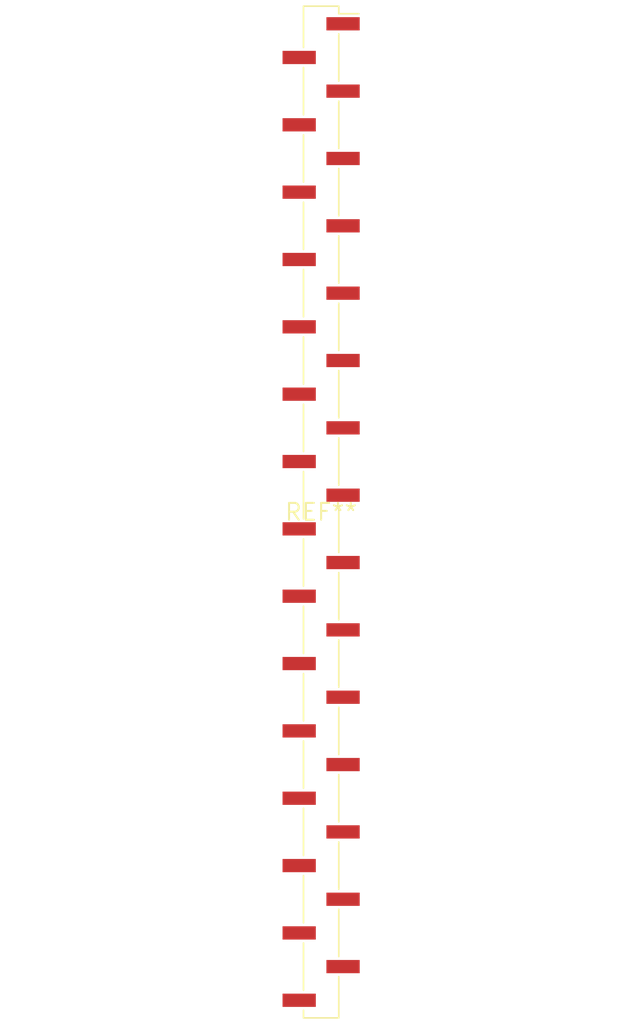
<source format=kicad_pcb>
(kicad_pcb (version 20240108) (generator pcbnew)
  (layers (0 "F.Cu" signal) (31 "B.Cu" signal) (34 "B.Paste" user) (35 "F.Paste" user) (36 "B.SilkS" user "B.Silkscreen") (37 "F.SilkS" user "F.Silkscreen") (38 "B.Mask" user) (39 "F.Mask" user) (44 "Edge.Cuts" user))
  (net 0 "")
  (footprint "PinHeader_1x30_P2.54mm_Vertical_SMD_Pin1Right" (layer "F.Cu") (at 0 0)
    (property "Reference" "REF**")
    (property "Value" "PinHeader_1x30_P2.54mm_Vertical_SMD_Pin1Right")
    (fp_line (start -1.33 -38.16) (end -1.33 -35.05) (layer "F.SilkS") (stroke (width 0.12)))
    (fp_line (start -1.33 -38.16) (end 1.33 -38.16) (layer "F.SilkS") (stroke (width 0.12)))
    (fp_line (start -1.33 -33.53) (end -1.33 -29.97) (layer "F.SilkS") (stroke (width 0.12)))
    (fp_line (start -1.33 -28.45) (end -1.33 -24.89) (layer "F.SilkS") (stroke (width 0.12)))
    (fp_line (start -1.33 -23.37) (end -1.33 -19.81) (layer "F.SilkS") (stroke (width 0.12)))
    (fp_line (start -1.33 -18.29) (end -1.33 -14.73) (layer "F.SilkS") (stroke (width 0.12)))
    (fp_line (start -1.33 -13.21) (end -1.33 -9.65) (layer "F.SilkS") (stroke (width 0.12)))
    (fp_line (start -1.33 -8.13) (end -1.33 -4.57) (layer "F.SilkS") (stroke (width 0.12)))
    (fp_line (start -1.33 -3.05) (end -1.33 0.51) (layer "F.SilkS") (stroke (width 0.12)))
    (fp_line (start -1.33 2.03) (end -1.33 5.59) (layer "F.SilkS") (stroke (width 0.12)))
    (fp_line (start -1.33 7.11) (end -1.33 10.67) (layer "F.SilkS") (stroke (width 0.12)))
    (fp_line (start -1.33 12.19) (end -1.33 15.75) (layer "F.SilkS") (stroke (width 0.12)))
    (fp_line (start -1.33 17.27) (end -1.33 20.83) (layer "F.SilkS") (stroke (width 0.12)))
    (fp_line (start -1.33 22.35) (end -1.33 25.91) (layer "F.SilkS") (stroke (width 0.12)))
    (fp_line (start -1.33 27.43) (end -1.33 30.99) (layer "F.SilkS") (stroke (width 0.12)))
    (fp_line (start -1.33 32.51) (end -1.33 36.07) (layer "F.SilkS") (stroke (width 0.12)))
    (fp_line (start -1.33 37.59) (end -1.33 38.16) (layer "F.SilkS") (stroke (width 0.12)))
    (fp_line (start -1.33 38.16) (end 1.33 38.16) (layer "F.SilkS") (stroke (width 0.12)))
    (fp_line (start 1.33 -38.16) (end 1.33 -37.59) (layer "F.SilkS") (stroke (width 0.12)))
    (fp_line (start 1.33 -37.59) (end 2.85 -37.59) (layer "F.SilkS") (stroke (width 0.12)))
    (fp_line (start 1.33 -36.07) (end 1.33 -32.51) (layer "F.SilkS") (stroke (width 0.12)))
    (fp_line (start 1.33 -30.99) (end 1.33 -27.43) (layer "F.SilkS") (stroke (width 0.12)))
    (fp_line (start 1.33 -25.91) (end 1.33 -22.35) (layer "F.SilkS") (stroke (width 0.12)))
    (fp_line (start 1.33 -20.83) (end 1.33 -17.27) (layer "F.SilkS") (stroke (width 0.12)))
    (fp_line (start 1.33 -15.75) (end 1.33 -12.19) (layer "F.SilkS") (stroke (width 0.12)))
    (fp_line (start 1.33 -10.67) (end 1.33 -7.11) (layer "F.SilkS") (stroke (width 0.12)))
    (fp_line (start 1.33 -5.59) (end 1.33 -2.03) (layer "F.SilkS") (stroke (width 0.12)))
    (fp_line (start 1.33 -0.51) (end 1.33 3.05) (layer "F.SilkS") (stroke (width 0.12)))
    (fp_line (start 1.33 4.57) (end 1.33 8.13) (layer "F.SilkS") (stroke (width 0.12)))
    (fp_line (start 1.33 9.65) (end 1.33 13.21) (layer "F.SilkS") (stroke (width 0.12)))
    (fp_line (start 1.33 14.73) (end 1.33 18.29) (layer "F.SilkS") (stroke (width 0.12)))
    (fp_line (start 1.33 19.81) (end 1.33 23.37) (layer "F.SilkS") (stroke (width 0.12)))
    (fp_line (start 1.33 24.89) (end 1.33 28.45) (layer "F.SilkS") (stroke (width 0.12)))
    (fp_line (start 1.33 29.97) (end 1.33 33.53) (layer "F.SilkS") (stroke (width 0.12)))
    (fp_line (start 1.33 35.05) (end 1.33 38.16) (layer "F.SilkS") (stroke (width 0.12)))
    (pad "1" smd rect (at 1.655 -36.83) (size 2.51 1) (layers "F.Cu" "F.Paste" "F.Mask"))
    (pad "2" smd rect (at -1.655 -34.29) (size 2.51 1) (layers "F.Cu" "F.Paste" "F.Mask"))
    (pad "3" smd rect (at 1.655 -31.75) (size 2.51 1) (layers "F.Cu" "F.Paste" "F.Mask"))
    (pad "4" smd rect (at -1.655 -29.21) (size 2.51 1) (layers "F.Cu" "F.Paste" "F.Mask"))
    (pad "5" smd rect (at 1.655 -26.67) (size 2.51 1) (layers "F.Cu" "F.Paste" "F.Mask"))
    (pad "6" smd rect (at -1.655 -24.13) (size 2.51 1) (layers "F.Cu" "F.Paste" "F.Mask"))
    (pad "7" smd rect (at 1.655 -21.59) (size 2.51 1) (layers "F.Cu" "F.Paste" "F.Mask"))
    (pad "8" smd rect (at -1.655 -19.05) (size 2.51 1) (layers "F.Cu" "F.Paste" "F.Mask"))
    (pad "9" smd rect (at 1.655 -16.51) (size 2.51 1) (layers "F.Cu" "F.Paste" "F.Mask"))
    (pad "10" smd rect (at -1.655 -13.97) (size 2.51 1) (layers "F.Cu" "F.Paste" "F.Mask"))
    (pad "11" smd rect (at 1.655 -11.43) (size 2.51 1) (layers "F.Cu" "F.Paste" "F.Mask"))
    (pad "12" smd rect (at -1.655 -8.89) (size 2.51 1) (layers "F.Cu" "F.Paste" "F.Mask"))
    (pad "13" smd rect (at 1.655 -6.35) (size 2.51 1) (layers "F.Cu" "F.Paste" "F.Mask"))
    (pad "14" smd rect (at -1.655 -3.81) (size 2.51 1) (layers "F.Cu" "F.Paste" "F.Mask"))
    (pad "15" smd rect (at 1.655 -1.27) (size 2.51 1) (layers "F.Cu" "F.Paste" "F.Mask"))
    (pad "16" smd rect (at -1.655 1.27) (size 2.51 1) (layers "F.Cu" "F.Paste" "F.Mask"))
    (pad "17" smd rect (at 1.655 3.81) (size 2.51 1) (layers "F.Cu" "F.Paste" "F.Mask"))
    (pad "18" smd rect (at -1.655 6.35) (size 2.51 1) (layers "F.Cu" "F.Paste" "F.Mask"))
    (pad "19" smd rect (at 1.655 8.89) (size 2.51 1) (layers "F.Cu" "F.Paste" "F.Mask"))
    (pad "20" smd rect (at -1.655 11.43) (size 2.51 1) (layers "F.Cu" "F.Paste" "F.Mask"))
    (pad "21" smd rect (at 1.655 13.97) (size 2.51 1) (layers "F.Cu" "F.Paste" "F.Mask"))
    (pad "22" smd rect (at -1.655 16.51) (size 2.51 1) (layers "F.Cu" "F.Paste" "F.Mask"))
    (pad "23" smd rect (at 1.655 19.05) (size 2.51 1) (layers "F.Cu" "F.Paste" "F.Mask"))
    (pad "24" smd rect (at -1.655 21.59) (size 2.51 1) (layers "F.Cu" "F.Paste" "F.Mask"))
    (pad "25" smd rect (at 1.655 24.13) (size 2.51 1) (layers "F.Cu" "F.Paste" "F.Mask"))
    (pad "26" smd rect (at -1.655 26.67) (size 2.51 1) (layers "F.Cu" "F.Paste" "F.Mask"))
    (pad "27" smd rect (at 1.655 29.21) (size 2.51 1) (layers "F.Cu" "F.Paste" "F.Mask"))
    (pad "28" smd rect (at -1.655 31.75) (size 2.51 1) (layers "F.Cu" "F.Paste" "F.Mask"))
    (pad "29" smd rect (at 1.655 34.29) (size 2.51 1) (layers "F.Cu" "F.Paste" "F.Mask"))
    (pad "30" smd rect (at -1.655 36.83) (size 2.51 1) (layers "F.Cu" "F.Paste" "F.Mask"))
  )
)
</source>
